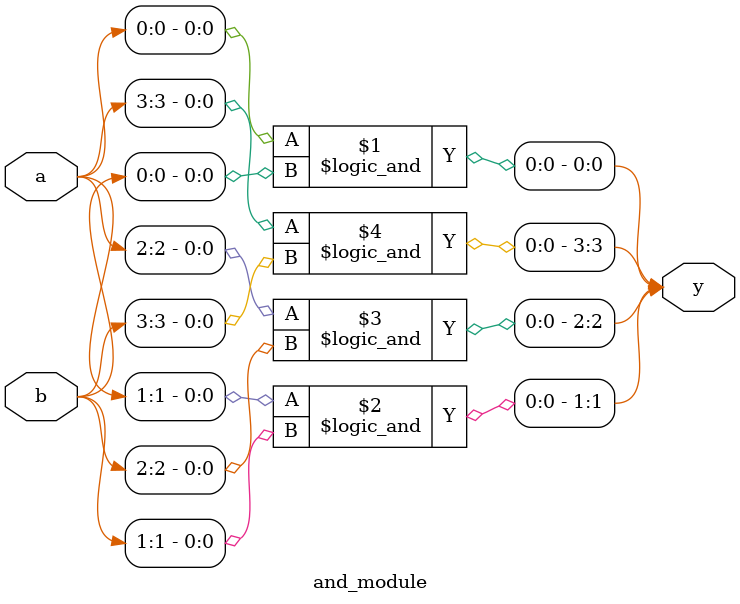
<source format=sv>
/*module and_module #(parameter N = 4) (
  input wire [N-1:0] a,
  input wire [N-1:0] b,
  output wire [N-1:0] y
);

  assign y = a & b;

endmodule*/


module and_module #(parameter N = 4) (
  input wire [N-1:0] a,
  input wire [N-1:0] b,
  output wire [N-1:0] y
);

  genvar i;
  generate
    for (i = 0; i < N; i = i + 1) begin : bit_and_generate
      assign y[i] = a[i] && b[i];
    end
  endgenerate

endmodule


</source>
